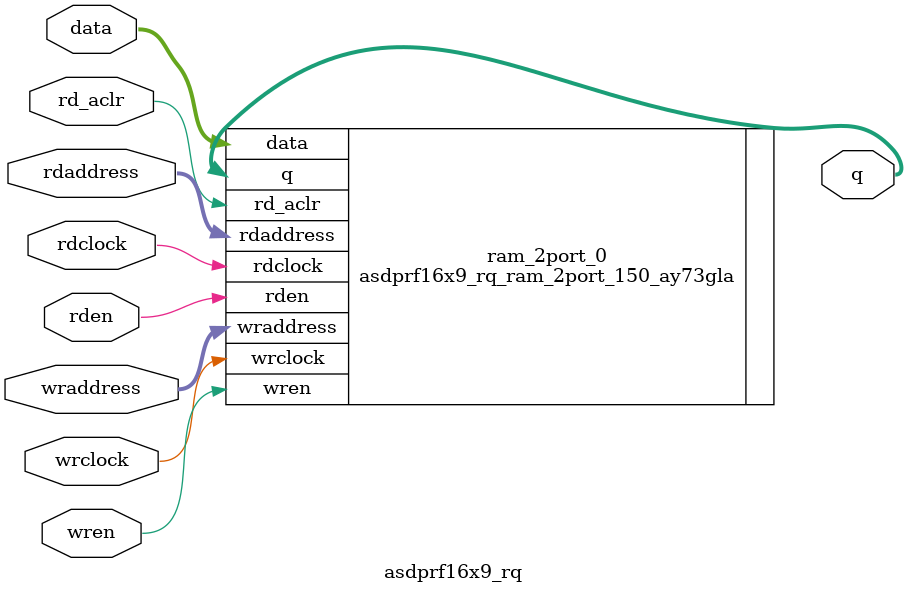
<source format=v>

`timescale 1 ps / 1 ps
module asdprf16x9_rq (
		input  wire [8:0] data,      //  ram_input.datain
		input  wire [3:0] wraddress, //           .wraddress
		input  wire [3:0] rdaddress, //           .rdaddress
		input  wire       wren,      //           .wren
		input  wire       wrclock,   //           .wrclock
		input  wire       rdclock,   //           .rdclock
		input  wire       rden,      //           .rden
		input  wire       rd_aclr,   //           .rd_aclr
		output wire [8:0] q          // ram_output.dataout
	);

	asdprf16x9_rq_ram_2port_150_ay73gla ram_2port_0 (
		.data      (data),      //  ram_input.datain
		.wraddress (wraddress), //           .wraddress
		.rdaddress (rdaddress), //           .rdaddress
		.wren      (wren),      //           .wren
		.wrclock   (wrclock),   //           .wrclock
		.rdclock   (rdclock),   //           .rdclock
		.rden      (rden),      //           .rden
		.rd_aclr   (rd_aclr),   //           .rd_aclr
		.q         (q)          // ram_output.dataout
	);

endmodule

</source>
